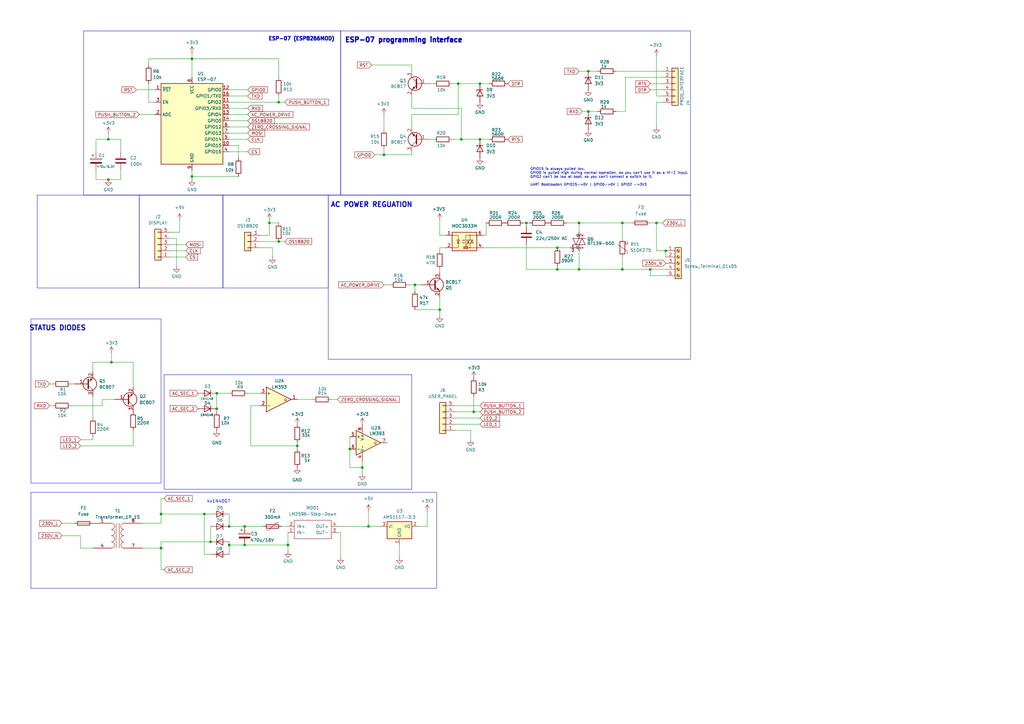
<source format=kicad_sch>
(kicad_sch (version 20231120) (generator "eeschema") (generator_version "8.0")
  (paper "A3")
  (junction (at 100.33 223.52))
  (junction (at 151.13 215.9))
  (junction (at 114.3 41.91))
  (junction (at 118.11 223.52))
  (junction (at 88.9 161.29))
  (junction (at 196.85 57.15))
  (junction (at 44.45 73.66))
  (junction (at 266.7 110.49))
  (junction (at 241.3 29.21))
  (junction (at 86.36 222.25))
  (junction (at 83.82 210.82))
  (junction (at 157.48 63.5))
  (junction (at 66.04 210.82))
  (junction (at 88.9 167.64))
  (junction (at 228.6 101.6))
  (junction (at 143.51 184.15))
  (junction (at 255.27 110.49))
  (junction (at 78.74 24.13))
  (junction (at 93.98 223.52))
  (junction (at 93.98 215.9))
  (junction (at 194.31 168.91))
  (junction (at 114.3 99.06))
  (junction (at 44.45 57.15))
  (junction (at 215.9 91.44))
  (junction (at 255.27 91.44))
  (junction (at 273.05 102.87))
  (junction (at 228.6 110.49))
  (junction (at 241.3 45.72))
  (junction (at 45.72 148.59))
  (junction (at 189.23 57.15))
  (junction (at 121.92 182.88))
  (junction (at 269.24 91.44))
  (junction (at 66.04 224.79))
  (junction (at 196.85 34.29))
  (junction (at 110.49 91.44))
  (junction (at 170.18 116.84))
  (junction (at 237.49 91.44))
  (junction (at 187.96 34.29))
  (junction (at 148.59 191.77))
  (junction (at 180.34 127))
  (junction (at 100.33 215.9))
  (junction (at 237.49 110.49))
  (junction (at 78.74 72.39))
  (wire (pts (xy 175.26 215.9) (xy 171.45 215.9)))
  (wire (pts (xy 54.61 176.53) (xy 54.61 182.88)))
  (wire (pts (xy 176.53 57.15) (xy 177.8 57.15)))
  (wire (pts (xy 194.31 168.91) (xy 196.85 168.91)))
  (wire (pts (xy 101.6 161.29) (xy 106.68 161.29)))
  (wire (pts (xy 76.2 100.33) (xy 69.85 100.33)))
  (wire (pts (xy 118.11 223.52) (xy 118.11 226.06)))
  (wire (pts (xy 168.91 39.37) (xy 168.91 44.45)))
  (wire (pts (xy 93.98 222.25) (xy 93.98 223.52)))
  (wire (pts (xy 271.78 41.91) (xy 269.24 41.91)))
  (wire (pts (xy 255.27 91.44) (xy 255.27 97.79)))
  (wire (pts (xy 97.79 64.77) (xy 97.79 59.69)))
  (wire (pts (xy 93.98 39.37) (xy 101.6 39.37)))
  (wire (pts (xy 252.73 29.21) (xy 271.78 29.21)))
  (wire (pts (xy 93.98 223.52) (xy 93.98 227.33)))
  (wire (pts (xy 185.42 57.15) (xy 189.23 57.15)))
  (wire (pts (xy 156.21 215.9) (xy 151.13 215.9)))
  (wire (pts (xy 121.92 182.88) (xy 121.92 184.15)))
  (wire (pts (xy 214.63 91.44) (xy 215.9 91.44)))
  (wire (pts (xy 121.92 181.61) (xy 121.92 182.88)))
  (wire (pts (xy 110.49 91.44) (xy 110.49 90.17)))
  (wire (pts (xy 33.02 180.34) (xy 38.1 180.34)))
  (wire (pts (xy 60.96 24.13) (xy 78.74 24.13)))
  (wire (pts (xy 157.48 63.5) (xy 157.48 60.96)))
  (wire (pts (xy 78.74 24.13) (xy 78.74 31.75)))
  (wire (pts (xy 39.37 57.15) (xy 44.45 57.15)))
  (wire (pts (xy 86.36 215.9) (xy 86.36 222.25)))
  (wire (pts (xy 78.74 73.66) (xy 78.74 72.39)))
  (wire (pts (xy 93.98 215.9) (xy 100.33 215.9)))
  (wire (pts (xy 273.05 102.87) (xy 269.24 102.87)))
  (wire (pts (xy 255.27 91.44) (xy 259.08 91.44)))
  (wire (pts (xy 76.2 102.87) (xy 69.85 102.87)))
  (wire (pts (xy 135.89 163.83) (xy 138.43 163.83)))
  (wire (pts (xy 83.82 227.33) (xy 86.36 227.33)))
  (wire (pts (xy 93.98 46.99) (xy 101.6 46.99)))
  (wire (pts (xy 78.74 72.39) (xy 78.74 69.85)))
  (wire (pts (xy 57.15 46.99) (xy 63.5 46.99)))
  (wire (pts (xy 269.24 22.86) (xy 269.24 39.37)))
  (wire (pts (xy 114.3 39.37) (xy 114.3 41.91)))
  (wire (pts (xy 266.7 36.83) (xy 271.78 36.83)))
  (wire (pts (xy 266.7 110.49) (xy 273.05 110.49)))
  (wire (pts (xy 266.7 110.49) (xy 266.7 113.03)))
  (wire (pts (xy 78.74 21.59) (xy 78.74 24.13)))
  (wire (pts (xy 241.3 29.21) (xy 245.11 29.21)))
  (wire (pts (xy 163.83 223.52) (xy 163.83 228.6)))
  (wire (pts (xy 180.34 101.6) (xy 180.34 102.87)))
  (wire (pts (xy 269.24 91.44) (xy 271.78 91.44)))
  (wire (pts (xy 66.04 214.63) (xy 58.42 214.63)))
  (wire (pts (xy 110.49 96.52) (xy 110.49 91.44)))
  (wire (pts (xy 44.45 57.15) (xy 49.53 57.15)))
  (wire (pts (xy 215.9 91.44) (xy 215.9 92.71)))
  (wire (pts (xy 121.92 182.88) (xy 102.87 182.88)))
  (wire (pts (xy 198.12 101.6) (xy 228.6 101.6)))
  (wire (pts (xy 39.37 62.23) (xy 39.37 57.15)))
  (wire (pts (xy 88.9 167.64) (xy 88.9 168.91)))
  (wire (pts (xy 110.49 91.44) (xy 114.3 91.44)))
  (wire (pts (xy 49.53 57.15) (xy 49.53 62.23)))
  (wire (pts (xy 20.32 166.37) (xy 21.59 166.37)))
  (wire (pts (xy 170.18 116.84) (xy 172.72 116.84)))
  (wire (pts (xy 228.6 110.49) (xy 237.49 110.49)))
  (wire (pts (xy 186.69 176.53) (xy 193.04 176.53)))
  (wire (pts (xy 106.68 99.06) (xy 114.3 99.06)))
  (wire (pts (xy 148.59 191.77) (xy 148.59 189.23)))
  (wire (pts (xy 102.87 182.88) (xy 102.87 166.37)))
  (wire (pts (xy 93.98 36.83) (xy 101.6 36.83)))
  (wire (pts (xy 86.36 222.25) (xy 66.04 222.25)))
  (wire (pts (xy 138.43 215.9) (xy 151.13 215.9)))
  (wire (pts (xy 180.34 96.52) (xy 180.34 90.17)))
  (wire (pts (xy 78.74 24.13) (xy 114.3 24.13)))
  (wire (pts (xy 83.82 210.82) (xy 66.04 210.82)))
  (wire (pts (xy 93.98 44.45) (xy 101.6 44.45)))
  (wire (pts (xy 114.3 24.13) (xy 114.3 31.75)))
  (wire (pts (xy 106.68 101.6) (xy 111.76 101.6)))
  (wire (pts (xy 228.6 101.6) (xy 233.68 101.6)))
  (wire (pts (xy 67.31 233.68) (xy 66.04 233.68)))
  (wire (pts (xy 186.69 168.91) (xy 194.31 168.91)))
  (wire (pts (xy 38.1 179.07) (xy 38.1 180.34)))
  (wire (pts (xy 168.91 26.67) (xy 152.4 26.67)))
  (wire (pts (xy 186.69 171.45) (xy 196.85 171.45)))
  (wire (pts (xy 180.34 127) (xy 170.18 127)))
  (wire (pts (xy 66.04 224.79) (xy 58.42 224.79)))
  (wire (pts (xy 44.45 73.66) (xy 39.37 73.66)))
  (wire (pts (xy 160.02 116.84) (xy 157.48 116.84)))
  (wire (pts (xy 237.49 95.25) (xy 237.49 91.44)))
  (wire (pts (xy 168.91 29.21) (xy 168.91 26.67)))
  (wire (pts (xy 237.49 110.49) (xy 237.49 102.87)))
  (wire (pts (xy 273.05 105.41) (xy 273.05 102.87)))
  (wire (pts (xy 232.41 91.44) (xy 237.49 91.44)))
  (wire (pts (xy 63.5 41.91) (xy 60.96 41.91)))
  (wire (pts (xy 176.53 34.29) (xy 177.8 34.29)))
  (wire (pts (xy 115.57 215.9) (xy 118.11 215.9)))
  (wire (pts (xy 168.91 46.99) (xy 187.96 46.99)))
  (wire (pts (xy 148.59 191.77) (xy 143.51 191.77)))
  (wire (pts (xy 148.59 194.31) (xy 148.59 191.77)))
  (wire (pts (xy 187.96 34.29) (xy 196.85 34.29)))
  (wire (pts (xy 93.98 62.23) (xy 101.6 62.23)))
  (wire (pts (xy 60.96 26.67) (xy 60.96 24.13)))
  (wire (pts (xy 186.69 173.99) (xy 196.85 173.99)))
  (wire (pts (xy 45.72 148.59) (xy 54.61 148.59)))
  (wire (pts (xy 168.91 63.5) (xy 157.48 63.5)))
  (wire (pts (xy 69.85 97.79) (xy 72.39 97.79)))
  (wire (pts (xy 256.54 31.75) (xy 256.54 45.72)))
  (wire (pts (xy 143.51 184.15) (xy 143.51 191.77)))
  (wire (pts (xy 189.23 57.15) (xy 196.85 57.15)))
  (wire (pts (xy 93.98 54.61) (xy 101.6 54.61)))
  (wire (pts (xy 237.49 91.44) (xy 255.27 91.44)))
  (wire (pts (xy 237.49 29.21) (xy 241.3 29.21)))
  (wire (pts (xy 269.24 41.91) (xy 269.24 52.07)))
  (wire (pts (xy 25.4 219.71) (xy 33.02 219.71)))
  (wire (pts (xy 67.31 204.47) (xy 66.04 204.47)))
  (wire (pts (xy 271.78 39.37) (xy 269.24 39.37)))
  (wire (pts (xy 182.88 96.52) (xy 180.34 96.52)))
  (wire (pts (xy 175.26 209.55) (xy 175.26 215.9)))
  (wire (pts (xy 33.02 182.88) (xy 54.61 182.88)))
  (wire (pts (xy 39.37 73.66) (xy 39.37 69.85)))
  (wire (pts (xy 185.42 34.29) (xy 187.96 34.29)))
  (wire (pts (xy 49.53 69.85) (xy 49.53 73.66)))
  (wire (pts (xy 76.2 105.41) (xy 69.85 105.41)))
  (wire (pts (xy 93.98 210.82) (xy 93.98 215.9)))
  (wire (pts (xy 255.27 110.49) (xy 266.7 110.49)))
  (wire (pts (xy 143.51 179.07) (xy 143.51 184.15)))
  (wire (pts (xy 93.98 223.52) (xy 100.33 223.52)))
  (wire (pts (xy 60.96 41.91) (xy 60.96 34.29)))
  (wire (pts (xy 180.34 110.49) (xy 180.34 111.76)))
  (wire (pts (xy 266.7 91.44) (xy 269.24 91.44)))
  (wire (pts (xy 266.7 113.03) (xy 273.05 113.03)))
  (wire (pts (xy 88.9 161.29) (xy 93.98 161.29)))
  (wire (pts (xy 83.82 210.82) (xy 83.82 227.33)))
  (wire (pts (xy 266.7 34.29) (xy 271.78 34.29)))
  (wire (pts (xy 38.1 148.59) (xy 45.72 148.59)))
  (wire (pts (xy 100.33 215.9) (xy 107.95 215.9)))
  (wire (pts (xy 33.02 219.71) (xy 33.02 224.79)))
  (wire (pts (xy 186.69 166.37) (xy 196.85 166.37)))
  (wire (pts (xy 45.72 144.78) (xy 45.72 148.59)))
  (wire (pts (xy 215.9 91.44) (xy 217.17 91.44)))
  (wire (pts (xy 44.45 54.61) (xy 44.45 57.15)))
  (wire (pts (xy 157.48 46.99) (xy 157.48 53.34)))
  (wire (pts (xy 255.27 110.49) (xy 237.49 110.49)))
  (wire (pts (xy 97.79 59.69) (xy 93.98 59.69)))
  (wire (pts (xy 167.64 116.84) (xy 170.18 116.84)))
  (wire (pts (xy 111.76 101.6) (xy 111.76 105.41)))
  (wire (pts (xy 238.76 45.72) (xy 241.3 45.72)))
  (wire (pts (xy 114.3 41.91) (xy 116.84 41.91)))
  (wire (pts (xy 106.68 166.37) (xy 102.87 166.37)))
  (wire (pts (xy 93.98 49.53) (xy 101.6 49.53)))
  (wire (pts (xy 269.24 91.44) (xy 269.24 102.87)))
  (wire (pts (xy 38.1 148.59) (xy 38.1 152.4)))
  (wire (pts (xy 139.7 218.44) (xy 138.43 218.44)))
  (wire (pts (xy 88.9 161.29) (xy 88.9 167.64)))
  (wire (pts (xy 215.9 100.33) (xy 215.9 110.49)))
  (wire (pts (xy 29.21 157.48) (xy 30.48 157.48)))
  (wire (pts (xy 54.61 148.59) (xy 54.61 158.75)))
  (wire (pts (xy 73.66 95.25) (xy 73.66 90.17)))
  (wire (pts (xy 20.32 157.48) (xy 21.59 157.48)))
  (wire (pts (xy 118.11 223.52) (xy 118.11 218.44)))
  (wire (pts (xy 199.39 96.52) (xy 198.12 96.52)))
  (wire (pts (xy 78.74 72.39) (xy 97.79 72.39)))
  (wire (pts (xy 189.23 44.45) (xy 189.23 57.15)))
  (wire (pts (xy 255.27 105.41) (xy 255.27 110.49)))
  (wire (pts (xy 182.88 101.6) (xy 180.34 101.6)))
  (wire (pts (xy 157.48 63.5) (xy 153.67 63.5)))
  (wire (pts (xy 199.39 91.44) (xy 199.39 96.52)))
  (wire (pts (xy 86.36 210.82) (xy 83.82 210.82)))
  (wire (pts (xy 69.85 95.25) (xy 73.66 95.25)))
  (wire (pts (xy 168.91 62.23) (xy 168.91 63.5)))
  (wire (pts (xy 168.91 52.07) (xy 168.91 46.99)))
  (wire (pts (xy 30.48 214.63) (xy 25.4 214.63)))
  (wire (pts (xy 139.7 228.6) (xy 139.7 218.44)))
  (wire (pts (xy 41.91 166.37) (xy 41.91 163.83)))
  (wire (pts (xy 228.6 109.22) (xy 228.6 110.49)))
  (wire (pts (xy 106.68 96.52) (xy 110.49 96.52)))
  (wire (pts (xy 55.88 36.83) (xy 63.5 36.83)))
  (wire (pts (xy 33.02 224.79) (xy 38.1 224.79)))
  (wire (pts (xy 121.92 163.83) (xy 128.27 163.83)))
  (wire (pts (xy 180.34 121.92) (xy 180.34 127)))
  (wire (pts (xy 41.91 163.83) (xy 46.99 163.83)))
  (wire (pts (xy 196.85 34.29) (xy 200.66 34.29)))
  (wire (pts (xy 215.9 110.49) (xy 228.6 110.49)))
  (wire (pts (xy 241.3 45.72) (xy 245.11 45.72)))
  (wire (pts (xy 168.91 44.45) (xy 189.23 44.45)))
  (wire (pts (xy 114.3 99.06) (xy 116.84 99.06)))
  (wire (pts (xy 196.85 57.15) (xy 200.66 57.15)))
  (wire (pts (xy 170.18 116.84) (xy 170.18 119.38)))
  (wire (pts (xy 66.04 222.25) (xy 66.04 224.79)))
  (wire (pts (xy 271.78 31.75) (xy 256.54 31.75)))
  (wire (pts (xy 66.04 224.79) (xy 66.04 233.68)))
  (wire (pts (xy 66.04 210.82) (xy 66.04 214.63)))
  (wire (pts (xy 29.21 166.37) (xy 41.91 166.37)))
  (wire (pts (xy 66.04 204.47) (xy 66.04 210.82)))
  (wire (pts (xy 114.3 41.91) (xy 93.98 41.91)))
  (wire (pts (xy 93.98 57.15) (xy 101.6 57.15)))
  (wire (pts (xy 194.31 162.56) (xy 194.31 168.91)))
  (wire (pts (xy 187.96 46.99) (xy 187.96 34.29)))
  (wire (pts (xy 256.54 45.72) (xy 252.73 45.72)))
  (wire (pts (xy 38.1 162.56) (xy 38.1 171.45)))
  (wire (pts (xy 193.04 176.53) (xy 193.04 180.34)))
  (wire (pts (xy 100.33 223.52) (xy 118.11 223.52)))
  (wire (pts (xy 49.53 73.66) (xy 44.45 73.66)))
  (wire (pts (xy 151.13 215.9) (xy 151.13 209.55)))
  (wire (pts (xy 93.98 52.07) (xy 101.6 52.07)))
  (wire (pts (xy 72.39 97.79) (xy 72.39 109.22)))
  (wire (pts (xy 180.34 127) (xy 180.34 129.54)))
  (rectangle (start 12.7 201.93) (end 179.07 241.3))
  (rectangle (start 12.7 130.81) (end 66.04 198.12))
  (rectangle (start 91.44 80.01) (end 134.62 118.11))
  (rectangle (start 34.29 12.7) (end 139.7 80.01))
  (rectangle (start 57.15 80.01) (end 91.44 118.11))
  (rectangle (start 134.62 80.01) (end 283.21 147.32))
  (rectangle (start 67.31 153.67) (end 168.91 200.66))
  (rectangle (start 139.7 12.7) (end 283.21 80.01))
  (rectangle (start 15.24 80.01) (end 57.15 118.11))
  (text "ESP-07 (ESP8266MOD)" (at 123.698 16.002 0) (effects (font (size 1.5 1.5) (thickness 0.4) (bold yes))))
  (text "STATUS DIODES" (at 23.622 134.62 0) (effects (font (size 2 2) (thickness 0.4) (bold yes))))
  (text "4x1N4007" (at 89.662 205.74 0) (effects (font (size 1.27 1.27))))
  (text "GPIO15 is always pulled low.\nGPIO0 is pulled high during normal operation, so you can’t use it as a Hi-Z input.\nGPIO2 can’t be low at boot, so you can’t connect a switch to it.\n\nUART Bootloader: GPIO15->0V | GPIO0->0V | GPIO2 ->3V3" (at 217.424 76.454 0) (effects (font (size 1 1)) (justify left bottom)))
  (text "ESP-07 programming interface" (at 165.608 16.51 0) (effects (font (size 2 2) (thickness 0.6) (bold yes))))
  (text "AC POWER REGUATION" (at 152.4 84.074 0) (effects (font (size 2 2) (thickness 0.4) (bold yes))))
  (global_label "DTR" (shape input) (at 266.7 36.83 180) (property "Intersheetrefs" "${INTERSHEET_REFS}" (effects (hide yes))))
  (global_label "RTS" (shape input) (at 208.28 57.15 0) (property "Intersheetrefs" "${INTERSHEET_REFS}" (effects (hide yes))))
  (global_label "PUSH_BUTTON_2" (shape input) (at 196.85 168.91 0) (property "Intersheetrefs" "${INTERSHEET_REFS}" (effects (hide yes))))
  (global_label "LED_2" (shape input) (at 196.85 171.45 0) (property "Intersheetrefs" "${INTERSHEET_REFS}" (effects (hide yes))))
  (global_label "RST" (shape input) (at 152.4 26.67 180) (property "Intersheetrefs" "${INTERSHEET_REFS}" (effects (hide yes))))
  (global_label "DTR" (shape input) (at 208.28 34.29 0) (property "Intersheetrefs" "${INTERSHEET_REFS}" (effects (hide yes))))
  (global_label "LED_2" (shape input) (at 33.02 182.88 180) (property "Intersheetrefs" "${INTERSHEET_REFS}" (effects (hide yes))))
  (global_label "CLK" (shape input) (at 76.2 102.87 0) (property "Intersheetrefs" "${INTERSHEET_REFS}" (effects (hide yes))))
  (global_label "TXD" (shape input) (at 237.49 29.21 180) (property "Intersheetrefs" "${INTERSHEET_REFS}" (effects (hide yes))))
  (global_label "RXD" (shape input) (at 101.6 44.45 0) (property "Intersheetrefs" "${INTERSHEET_REFS}" (effects (hide yes))))
  (global_label "RTS" (shape input) (at 266.7 34.29 180) (property "Intersheetrefs" "${INTERSHEET_REFS}" (effects (hide yes))))
  (global_label "230V_N" (shape input) (at 273.05 107.95 180) (property "Intersheetrefs" "${INTERSHEET_REFS}" (effects (hide yes))))
  (global_label "GPIO0" (shape input) (at 101.6 36.83 0) (property "Intersheetrefs" "${INTERSHEET_REFS}" (effects (hide yes))))
  (global_label "PUSH_BUTTON_1" (shape input) (at 196.85 166.37 0) (property "Intersheetrefs" "${INTERSHEET_REFS}" (effects (hide yes))))
  (global_label "AC_SEC_2" (shape input) (at 81.28 167.64 180) (property "Intersheetrefs" "${INTERSHEET_REFS}" (effects (hide yes))))
  (global_label "GPIO0" (shape input) (at 153.67 63.5 180) (property "Intersheetrefs" "${INTERSHEET_REFS}" (effects (hide yes))))
  (global_label "230V_L" (shape input) (at 25.4 214.63 180) (property "Intersheetrefs" "${INTERSHEET_REFS}" (effects (hide yes))))
  (global_label "AC_POWER_DRIVE" (shape input) (at 101.6 46.99 0) (property "Intersheetrefs" "${INTERSHEET_REFS}" (effects (hide yes))))
  (global_label "TXD" (shape input) (at 20.32 157.48 180) (property "Intersheetrefs" "${INTERSHEET_REFS}" (effects (hide yes))))
  (global_label "DS18B20" (shape input) (at 116.84 99.06 0) (property "Intersheetrefs" "${INTERSHEET_REFS}" (effects (hide yes))))
  (global_label "DS18B20" (shape input) (at 101.6 49.53 0) (property "Intersheetrefs" "${INTERSHEET_REFS}" (effects (hide yes))))
  (global_label "RXD" (shape input) (at 238.76 45.72 180) (property "Intersheetrefs" "${INTERSHEET_REFS}" (effects (hide yes))))
  (global_label "MOSI" (shape input) (at 101.6 54.61 0) (property "Intersheetrefs" "${INTERSHEET_REFS}" (effects (hide yes))))
  (global_label "CS" (shape input) (at 76.2 105.41 0) (property "Intersheetrefs" "${INTERSHEET_REFS}" (effects (hide yes))))
  (global_label "ZERO_CROSSING_SIGNAL" (shape input) (at 138.43 163.83 0) (property "Intersheetrefs" "${INTERSHEET_REFS}" (effects (hide yes))))
  (global_label "PUSH_BUTTON_1" (shape input) (at 116.84 41.91 0) (property "Intersheetrefs" "${INTERSHEET_REFS}" (effects (hide yes))))
  (global_label "AC_SEC_2" (shape input) (at 67.31 233.68 0) (property "Intersheetrefs" "${INTERSHEET_REFS}" (effects (hide yes))))
  (global_label "AC_SEC_1" (shape input) (at 81.28 161.29 180) (property "Intersheetrefs" "${INTERSHEET_REFS}" (effects (hide yes))))
  (global_label "230V_N" (shape input) (at 25.4 219.71 180) (property "Intersheetrefs" "${INTERSHEET_REFS}" (effects (hide yes))))
  (global_label "RST" (shape input) (at 55.88 36.83 180) (property "Intersheetrefs" "${INTERSHEET_REFS}" (effects (hide yes))))
  (global_label "230V_L" (shape input) (at 271.78 91.44 0) (property "Intersheetrefs" "${INTERSHEET_REFS}" (effects (hide yes))))
  (global_label "AC_POWER_DRIVE" (shape input) (at 157.48 116.84 180) (property "Intersheetrefs" "${INTERSHEET_REFS}" (effects (hide yes))))
  (global_label "AC_SEC_1" (shape input) (at 67.31 204.47 0) (property "Intersheetrefs" "${INTERSHEET_REFS}" (effects (hide yes))))
  (global_label "ZERO_CROSSING_SIGNAL" (shape input) (at 101.6 52.07 0) (property "Intersheetrefs" "${INTERSHEET_REFS}" (effects (hide yes))))
  (global_label "LED_1" (shape input) (at 196.85 173.99 0) (property "Intersheetrefs" "${INTERSHEET_REFS}" (effects (hide yes))))
  (global_label "RXD" (shape input) (at 20.32 166.37 180) (property "Intersheetrefs" "${INTERSHEET_REFS}" (effects (hide yes))))
  (global_label "MOSI" (shape input) (at 76.2 100.33 0) (property "Intersheetrefs" "${INTERSHEET_REFS}" (effects (hide yes))))
  (global_label "CS" (shape input) (at 101.6 62.23 0) (property "Intersheetrefs" "${INTERSHEET_REFS}" (effects (hide yes))))
  (global_label "TXD" (shape input) (at 101.6 39.37 0) (property "Intersheetrefs" "${INTERSHEET_REFS}" (effects (hide yes))))
  (global_label "CLK" (shape input) (at 101.6 57.15 0) (property "Intersheetrefs" "${INTERSHEET_REFS}" (effects (hide yes))))
  (global_label "PUSH_BUTTON_2" (shape input) (at 57.15 46.99 180) (property "Intersheetrefs" "${INTERSHEET_REFS}" (effects (hide yes))))
  (global_label "LED_1" (shape input) (at 33.02 180.34 180) (property "Intersheetrefs" "${INTERSHEET_REFS}" (effects (hide yes))))
  (symbol (lib_id "power:GND") (at 139.7 228.6 0) (unit 1)
    (property "Reference" "#PWR017" (effects (hide yes)))
    (property "Value" "GND" (at 139.7 232.7331 0))
    (property "Description" "Power symbol creates a global label with name \"GND\" , ground" (effects (hide yes)))
  )
  (symbol (lib_id "Device:R") (at 97.79 68.58 0) (mirror y) (unit 1)
    (property "Reference" "R8" (at 96.012 67.4116 0) (effects (justify left)))
    (property "Value" "10k" (at 96.012 69.723 0) (effects (justify left)))
    (property "Footprint" "Resistor_SMD:R_0805_2012Metric_Pad1.20x1.40mm_HandSolder" (effects (hide yes)))
  )
  (symbol (lib_id "Device:R") (at 228.6 105.41 0) (mirror y) (unit 1)
    (property "Reference" "R27" (at 235.204 105.156 0) (effects (justify left)))
    (property "Value" "390R" (at 235.204 106.934 0) (effects (justify left)))
    (property "Footprint" "Resistor_THT:R_Axial_DIN0204_L3.6mm_D1.6mm_P5.08mm_Horizontal" (effects (hide yes)))
  )
  (symbol (lib_id "power:GND") (at 196.85 64.77 0) (unit 1)
    (property "Reference" "#PWR027" (effects (hide yes)))
    (property "Value" "GND" (at 196.85 68.9031 0))
    (property "Description" "Power symbol creates a global label with name \"GND\" , ground" (effects (hide yes)))
  )
  (symbol (lib_id "Device:R") (at 25.4 157.48 270) (unit 1)
    (property "Reference" "R1" (at 27.178 159.766 90) (effects (justify right)))
    (property "Value" "10K" (at 27.432 161.544 90) (effects (justify right)))
    (property "Footprint" "Resistor_SMD:R_0805_2012Metric_Pad1.20x1.40mm_HandSolder" (effects (hide yes)))
    (property "Description" "Resistor" (effects (hide yes)))
  )
  (symbol (lib_id "Connector_Generic:Conn_01x03") (at 101.6 99.06 180) (unit 1)
    (property "Reference" "J3" (at 101.6 90.17 0))
    (property "Value" "DS18B20" (at 101.6 92.71 0))
    (property "Footprint" "Connector_JST:JST_XA_B03B-XASK-1_1x03_P2.50mm_Vertical" (effects (hide yes)))
    (property "Description" "Generic connector, single row, 01x03, script generated (kicad-library-utils/schlib/autogen/connector/)" (effects (hide yes)))
  )
  (symbol (lib_id "Regulator_Linear:AMS1117-3.3") (at 163.83 215.9 0) (unit 1)
    (property "Reference" "U3" (at 163.83 209.55 0))
    (property "Value" "AMS1117-3.3" (at 163.83 212.09 0))
    (property "Footprint" "Package_TO_SOT_SMD:SOT-223-3_TabPin2" (effects (hide yes)))
    (property "Datasheet" "http://www.advanced-monolithic.com/pdf/ds1117.pdf" (effects (hide yes)))
    (property "Description" "1A Low Dropout regulator, positive, 3.3V fixed output, SOT-223" (effects (hide yes)))
  )
  (symbol (lib_id "power:GND") (at 88.9 176.53 0) (unit 1)
    (property "Reference" "#PWR012" (effects (hide yes)))
    (property "Value" "GND" (at 88.9 181.61 0))
    (property "Description" "Power symbol creates a global label with name \"GND\" , ground" (effects (hide yes)))
  )
  (symbol (lib_id "power:GND") (at 78.74 73.66 0) (unit 1)
    (property "Reference" "#PWR011" (effects (hide yes)))
    (property "Value" "GND" (at 78.74 77.7931 0))
    (property "Description" "Power symbol creates a global label with name \"GND\" , ground" (effects (hide yes)))
  )
  (symbol (lib_id "Device:R") (at 121.92 187.96 0) (unit 1)
    (property "Reference" "R13" (at 127.254 186.944 0) (effects (justify right)))
    (property "Value" "1k" (at 127.254 188.722 0) (effects (justify right)))
    (property "Footprint" "Resistor_SMD:R_0805_2012Metric_Pad1.20x1.40mm_HandSolder" (effects (hide yes)))
    (property "Description" "Resistor" (effects (hide yes)))
  )
  (symbol (lib_id "Device:R") (at 194.31 158.75 0) (mirror x) (unit 1)
    (property "Reference" "R3" (at 196.088 159.9184 0) (effects (justify left)))
    (property "Value" "10k" (at 196.088 157.607 0) (effects (justify left)))
    (property "Footprint" "Resistor_SMD:R_0805_2012Metric_Pad1.20x1.40mm_HandSolder" (effects (hide yes)))
  )
  (symbol (lib_id "Device:R") (at 157.48 57.15 0) (mirror y) (unit 1)
    (property "Reference" "R15" (at 155.702 55.9816 0) (effects (justify left)))
    (property "Value" "10k" (at 155.702 58.293 0) (effects (justify left)))
    (property "Footprint" "Resistor_SMD:R_0805_2012Metric_Pad1.20x1.40mm_HandSolder" (effects (hide yes)))
  )
  (symbol (lib_id "power:GND") (at 148.59 194.31 0) (unit 1)
    (property "Reference" "#PWR019" (effects (hide yes)))
    (property "Value" "GND" (at 148.59 198.4431 0))
    (property "Description" "Power symbol creates a global label with name \"GND\" , ground" (effects (hide yes)))
  )
  (symbol (lib_id "Device:R") (at 210.82 91.44 270) (mirror x) (unit 1)
    (property "Reference" "R24" (at 208.28 87.376 90) (effects (justify left)))
    (property "Value" "200R" (at 208.28 89.154 90) (effects (justify left)))
    (property "Footprint" "Resistor_THT:R_Axial_DIN0204_L3.6mm_D1.6mm_P7.62mm_Horizontal" (effects (hide yes)))
  )
  (symbol (lib_id "Connector_Generic:Conn_01x05") (at 64.77 100.33 180) (unit 1)
    (property "Reference" "J2" (at 64.77 88.9 0))
    (property "Value" "DISPLAY" (at 64.77 91.44 0))
    (property "Footprint" "Connector_JST:JST_XA_B05B-XASK-1_1x05_P2.50mm_Vertical" (effects (hide yes)))
    (property "Description" "Generic connector, single row, 01x05, script generated (kicad-library-utils/schlib/autogen/connector/)" (effects (hide yes)))
  )
  (symbol (lib_id "power:GND") (at 111.76 105.41 0) (unit 1)
    (property "Reference" "#PWR014" (effects (hide yes)))
    (property "Value" "GND" (at 111.76 109.5431 0))
    (property "Description" "Power symbol creates a global label with name \"GND\" , ground" (effects (hide yes)))
  )
  (symbol (lib_id "power:+3V3") (at 269.24 22.86 0) (mirror y) (unit 1)
    (property "Reference" "#PWR030" (effects (hide yes)))
    (property "Value" "+3V3" (at 268.859 18.4658 0))
  )
  (symbol (lib_id "Device:D_Zener") (at 241.3 33.02 90) (mirror x) (unit 1)
    (property "Reference" "D11" (at 243.84 31.7499 90) (effects (justify right)))
    (property "Value" "3V3" (at 243.84 34.2899 90) (effects (justify right)))
    (property "Footprint" "Diode_SMD:D_MiniMELF" (effects (hide yes)))
    (property "Description" "Zener diode" (effects (hide yes)))
  )
  (symbol (lib_id "Comparator:LM393") (at 151.13 181.61 0) (unit 2)
    (property "Reference" "U2" (at 154.178 175.514 0))
    (property "Value" "LM393" (at 154.686 177.8 0))
    (property "Footprint" "Package_DIP:DIP-8_W7.62mm_LongPads" (effects (hide yes)))
    (property "Datasheet" "http://www.ti.com/lit/ds/symlink/lm393.pdf" (effects (hide yes)))
    (property "Description" "Low-Power, Low-Offset Voltage, Dual Comparators, DIP-8/SOIC-8/TO-99-8" (effects (hide yes)))
  )
  (symbol (lib_id "power:GND") (at 269.24 52.07 0) (unit 1)
    (property "Reference" "#PWR031" (effects (hide yes)))
    (property "Value" "GND" (at 269.24 56.2031 0))
    (property "Description" "Power symbol creates a global label with name \"GND\" , ground" (effects (hide yes)))
  )
  (symbol (lib_id "My-Lib:LM2596-Step-Down") (at 120.65 213.36 0) (unit 1)
    (property "Reference" "MOD1" (at 128.27 208.28 0))
    (property "Value" "LM2596-Step-Down" (at 128.27 210.82 0))
    (property "Footprint" "My-Footprints-converters-modules:MP1504_Mini_3A_Step_Down_Conv" (effects (hide yes)))
  )
  (symbol (lib_id "Device:R") (at 88.9 172.72 0) (unit 1)
    (property "Reference" "R7" (at 94.234 171.704 0) (effects (justify right)))
    (property "Value" "10k" (at 94.234 173.482 0) (effects (justify right)))
    (property "Footprint" "Resistor_SMD:R_0805_2012Metric_Pad1.20x1.40mm_HandSolder" (effects (hide yes)))
    (property "Description" "Resistor" (effects (hide yes)))
  )
  (symbol (lib_id "power:+3V3") (at 180.34 90.17 0) (mirror y) (unit 1)
    (property "Reference" "#PWR024" (effects (hide yes)))
    (property "Value" "+3V3" (at 179.959 85.7758 0))
  )
  (symbol (lib_id "Transistor_BJT:BC817") (at 171.45 57.15 180) (unit 1)
    (property "Reference" "Q4" (at 166.5986 55.9816 0) (effects (justify left)))
    (property "Value" "BC817" (at 166.5986 58.293 0) (effects (justify left)))
    (property "Footprint" "Package_TO_SOT_SMD:SOT-23" (effects (hide yes)))
    (property "Datasheet" "http://www.fairchildsemi.com/ds/BC/BC817.pdf" (effects (hide yes)))
  )
  (symbol (lib_id "Relay_SolidState:MOC3033M") (at 190.5 99.06 0) (unit 1)
    (property "Reference" "U4" (at 190.5 90.17 0))
    (property "Value" "MOC3033M" (at 190.5 92.71 0))
    (property "Footprint" "Package_DIP:DIP-6_W7.62mm_LongPads" (effects (hide yes)))
    (property "Datasheet" "https://www.onsemi.com/pub/Collateral/MOC3043M-D.pdf" (effects (hide yes)))
    (property "Description" "Zero Cross Opto-Triac, Vdrm 250V, Ift 5mA, DIP6" (effects (hide yes)))
  )
  (symbol (lib_id "Comparator:LM393") (at 151.13 181.61 0) (unit 3)
    (property "Reference" "U2" (effects (hide yes)))
    (property "Value" "LM393" (effects (hide yes)))
    (property "Footprint" "Package_DIP:DIP-8_W7.62mm_LongPads" (effects (hide yes)))
    (property "Datasheet" "http://www.ti.com/lit/ds/symlink/lm393.pdf" (effects (hide yes)))
    (property "Description" "Low-Power, Low-Offset Voltage, Dual Comparators, DIP-8/SOIC-8/TO-99-8" (effects (hide yes)))
  )
  (symbol (lib_id "Connector:Screw_Terminal_01x05") (at 278.13 107.95 0) (unit 1)
    (property "Reference" "J5" (at 280.67 106.6799 0) (effects (justify left)))
    (property "Value" "Screw_Terminal_01x05" (at 280.67 109.2199 0) (effects (justify left)))
    (property "Footprint" "My-Footprints-connectors:Screw-Terminal-5.00mm-5pin" (effects (hide yes)))
    (property "Description" "Generic screw terminal, single row, 01x05, script generated (kicad-library-utils/schlib/autogen/connector/)" (effects (hide yes)))
  )
  (symbol (lib_id "Diode:1N4007") (at 90.17 222.25 0) (unit 1)
    (property "Reference" "D7" (at 89.916 219.964 0))
    (property "Value" "1N4007" (effects (hide yes)))
    (property "Footprint" "Diode_THT:D_DO-41_SOD81_P10.16mm_Horizontal" (effects (hide yes)))
    (property "Datasheet" "http://www.vishay.com/docs/88503/1n4001.pdf" (effects (hide yes)))
    (property "Description" "1000V 1A General Purpose Rectifier Diode, DO-41" (effects (hide yes)))
    (property "Sim.Device" "D" (effects (hide yes)))
    (property "Sim.Pins" "1=K 2=A" (effects (hide yes)))
  )
  (symbol (lib_id "power:+3V3") (at 78.74 21.59 0) (unit 1)
    (property "Reference" "#PWR010" (effects (hide yes)))
    (property "Value" "+3V3" (at 78.74 17.4569 0))
    (property "Description" "Power symbol creates a global label with name \"+3V3\"" (effects (hide yes)))
  )
  (symbol (lib_id "Transistor_BJT:BC807") (at 52.07 163.83 0) (mirror x) (unit 1)
    (property "Reference" "Q2" (at 57.15 162.5599 0) (effects (justify left)))
    (property "Value" "BC807" (at 57.15 165.0999 0) (effects (justify left)))
    (property "Footprint" "Package_TO_SOT_SMD:SOT-23" (effects (hide yes)))
    (property "Datasheet" "https://www.onsemi.com/pub/Collateral/BC808-D.pdf" (effects (hide yes)))
    (property "Description" "0.8A Ic, 45V Vce, PNP Transistor, SOT-23" (effects (hide yes)))
  )
  (symbol (lib_id "Device:R") (at 121.92 177.8 0) (unit 1)
    (property "Reference" "R12" (at 127.254 176.784 0) (effects (justify right)))
    (property "Value" "33k" (at 127.254 178.562 0) (effects (justify right)))
    (property "Footprint" "Resistor_SMD:R_0805_2012Metric_Pad1.20x1.40mm_HandSolder" (effects (hide yes)))
    (property "Description" "Resistor" (effects (hide yes)))
  )
  (symbol (lib_id "power:+3V3") (at 194.31 154.94 0) (unit 1)
    (property "Reference" "#PWR02" (effects (hide yes)))
    (property "Value" "+3V3" (at 194.31 150.8069 0))
    (property "Description" "Power symbol creates a global label with name \"+3V3\"" (effects (hide yes)))
  )
  (symbol (lib_id "Device:D_Zener") (at 241.3 49.53 90) (mirror x) (unit 1)
    (property "Reference" "D12" (at 243.84 48.2599 90) (effects (justify right)))
    (property "Value" "3V3" (at 243.84 50.7999 90) (effects (justify right)))
    (property "Footprint" "Diode_SMD:D_MiniMELF" (effects (hide yes)))
    (property "Description" "Zener diode" (effects (hide yes)))
  )
  (symbol (lib_id "Device:C") (at 215.9 96.52 0) (unit 1)
    (property "Reference" "C4" (at 219.71 95.2499 0) (effects (justify left)))
    (property "Value" "22n/250V AC" (at 219.71 97.7899 0) (effects (justify left)))
    (property "Footprint" "Capacitor_THT:C_Rect_L16.5mm_W6.0mm_P15.00mm_MKT" (effects (hide yes)))
    (property "Description" "Unpolarized capacitor" (effects (hide yes)))
  )
  (symbol (lib_id "Device:R") (at 181.61 34.29 90) (mirror x) (unit 1)
    (property "Reference" "R19" (at 182.88 31.75 90) (effects (justify left)))
    (property "Value" "10k" (at 182.88 36.83 90) (effects (justify left)))
    (property "Footprint" "Resistor_SMD:R_0805_2012Metric_Pad1.20x1.40mm_HandSolder" (effects (hide yes)))
  )
  (symbol (lib_id "Triac_Thyristor:BT139-600") (at 237.49 99.06 0) (unit 1)
    (property "Reference" "Q6" (at 240.792 98.044 0) (effects (justify left)))
    (property "Value" "BT139-600" (at 240.792 99.822 0) (effects (justify left)))
    (property "Footprint" "My-Footprints:TO-220-3_V_Wide_Legs" (effects (hide yes)))
    (property "Datasheet" "https://www.rapidonline.com/pdf/47-3240.pdf" (effects (hide yes)))
    (property "Description" "16A RMS, 600V Off-State Voltage, 4Q Triac, TO-220" (effects (hide yes)))
  )
  (symbol (lib_id "Transistor_BJT:BC807") (at 35.56 157.48 0) (mirror x) (unit 1)
    (property "Reference" "Q1" (at 40.64 156.2099 0) (effects (justify left)))
    (property "Value" "BC807" (at 40.64 158.7499 0) (effects (justify left)))
    (property "Footprint" "Package_TO_SOT_SMD:SOT-23" (effects (hide yes)))
    (property "Datasheet" "https://www.onsemi.com/pub/Collateral/BC808-D.pdf" (effects (hide yes)))
    (property "Description" "0.8A Ic, 45V Vce, PNP Transistor, SOT-23" (effects (hide yes)))
  )
  (symbol (lib_id "power:+3V3") (at 110.49 90.17 0) (unit 1)
    (property "Reference" "#PWR013" (effects (hide yes)))
    (property "Value" "+3V3" (at 110.49 86.0369 0))
    (property "Description" "Power symbol creates a global label with name \"+3V3\"" (effects (hide yes)))
  )
  (symbol (lib_id "Device:R") (at 204.47 57.15 90) (mirror x) (unit 1)
    (property "Reference" "R23" (at 205.486 53.34 90) (effects (justify left)))
    (property "Value" "560R" (at 206.756 55.118 90) (effects (justify left)))
    (property "Footprint" "Resistor_SMD:R_0805_2012Metric_Pad1.20x1.40mm_HandSolder" (effects (hide yes)))
  )
  (symbol (lib_id "power:+5V") (at 73.66 90.17 0) (unit 1)
    (property "Reference" "#PWR09" (effects (hide yes)))
    (property "Value" "+5V" (at 73.66 85.09 0))
    (property "Description" "Power symbol creates a global label with name \"+5V\"" (effects (hide yes)))
  )
  (symbol (lib_id "Device:R") (at 203.2 91.44 270) (mirror x) (unit 1)
    (property "Reference" "R21" (at 200.66 87.376 90) (effects (justify left)))
    (property "Value" "200R" (at 200.66 89.154 90) (effects (justify left)))
    (property "Footprint" "Resistor_THT:R_Axial_DIN0204_L3.6mm_D1.6mm_P7.62mm_Horizontal" (effects (hide yes)))
  )
  (symbol (lib_id "Device:R") (at 132.08 163.83 270) (unit 1)
    (property "Reference" "R14" (at 134.112 161.29 90) (effects (justify right)))
    (property "Value" "10k" (at 134.112 159.512 90) (effects (justify right)))
    (property "Footprint" "Resistor_SMD:R_0805_2012Metric_Pad1.20x1.40mm_HandSolder" (effects (hide yes)))
    (property "Description" "Resistor" (effects (hide yes)))
  )
  (symbol (lib_id "power:GND") (at 193.04 180.34 0) (unit 1)
    (property "Reference" "#PWR01" (effects (hide yes)))
    (property "Value" "GND" (at 193.04 184.4731 0))
    (property "Description" "Power symbol creates a global label with name \"GND\" , ground" (effects (hide yes)))
  )
  (symbol (lib_id "Transistor_BJT:BC817") (at 177.8 116.84 0) (unit 1)
    (property "Reference" "Q5" (at 182.6514 118.0084 0) (effects (justify left)))
    (property "Value" "BC817" (at 182.6514 115.697 0) (effects (justify left)))
    (property "Footprint" "Package_TO_SOT_SMD:SOT-23" (effects (hide yes)))
    (property "Datasheet" "http://www.fairchildsemi.com/ds/BC/BC817.pdf" (effects (hide yes)))
  )
  (symbol (lib_id "Connector_Generic:Conn_01x06") (at 276.86 34.29 0) (unit 1)
    (property "Reference" "J4" (at 282.0783 43.434 90) (effects (justify left)))
    (property "Value" "PROG_INTERFACE" (at 279.654 43.434 90) (effects (justify left)))
    (property "Footprint" "My-Footprints-connectors:Conn-01x06" (effects (hide yes)))
    (property "Description" "Generic connector, single row, 01x06, script generated (kicad-library-utils/schlib/autogen/connector/)" (effects (hide yes)))
  )
  (symbol (lib_id "power:GND") (at 72.39 109.22 0) (unit 1)
    (property "Reference" "#PWR08" (effects (hide yes)))
    (property "Value" "GND" (at 72.39 113.3531 0))
    (property "Description" "Power symbol creates a global label with name \"GND\" , ground" (effects (hide yes)))
  )
  (symbol (lib_id "Connector_Generic:Conn_01x05") (at 181.61 171.45 180) (unit 1)
    (property "Reference" "J6" (at 181.61 160.02 0))
    (property "Value" "USER_PANEL" (at 181.61 162.56 0))
    (property "Footprint" "Connector_JST:JST_XA_B05B-XASK-1_1x05_P2.50mm_Vertical" (effects (hide yes)))
    (property "Description" "Generic connector, single row, 01x05, script generated (kicad-library-utils/schlib/autogen/connector/)" (effects (hide yes)))
  )
  (symbol (lib_id "power:+3V3") (at 175.26 209.55 0) (unit 1)
    (property "Reference" "#PWR023" (effects (hide yes)))
    (property "Value" "+3V3" (at 175.26 205.4169 0))
    (property "Description" "Power symbol creates a global label with name \"+3V3\"" (effects (hide yes)))
  )
  (symbol (lib_id "Device:Varistor") (at 255.27 101.6 180) (unit 1)
    (property "Reference" "RV1" (at 258.4594 100.1944 0) (effects (justify right)))
    (property "Value" "S10K275" (at 258.4594 102.6187 0) (effects (justify right)))
    (property "Footprint" "Varistor:RV_Disc_D7mm_W3.5mm_P5mm" (effects (hide yes)))
    (property "Description" "Voltage dependent resistor" (effects (hide yes)))
    (property "Sim.Name" "kicad_builtin_varistor" (effects (hide yes)))
    (property "Sim.Device" "SUBCKT" (effects (hide yes)))
    (property "Sim.Pins" "1=A 2=B" (effects (hide yes)))
    (property "Sim.Params" "threshold=1k" (effects (hide yes)))
    (property "Sim.Library" "${KICAD7_SYMBOL_DIR}/Simulation_SPICE.sp" (effects (hide yes)))
  )
  (symbol (lib_id "Device:R") (at 114.3 95.25 0) (mirror y) (unit 1)
    (property "Reference" "R11" (at 119.634 93.98 0) (effects (justify left)))
    (property "Value" "10k" (at 119.38 95.758 0) (effects (justify left)))
    (property "Footprint" "Resistor_SMD:R_0805_2012Metric_Pad1.20x1.40mm_HandSolder" (effects (hide yes)))
  )
  (symbol (lib_id "Diode:1N4007") (at 90.17 210.82 180) (unit 1)
    (property "Reference" "D5" (at 90.17 208.28 0))
    (property "Value" "1N4007" (effects (hide yes)))
    (property "Footprint" "Diode_THT:D_DO-41_SOD81_P10.16mm_Horizontal" (effects (hide yes)))
    (property "Datasheet" "http://www.vishay.com/docs/88503/1n4001.pdf" (effects (hide yes)))
    (property "Description" "1000V 1A General Purpose Rectifier Diode, DO-41" (effects (hide yes)))
    (property "Sim.Device" "D" (effects (hide yes)))
    (property "Sim.Pins" "1=K 2=A" (effects (hide yes)))
  )
  (symbol (lib_id "Device:R") (at 181.61 57.15 90) (mirror x) (unit 1)
    (property "Reference" "R20" (at 182.88 54.61 90) (effects (justify left)))
    (property "Value" "10k" (at 182.88 59.69 90) (effects (justify left)))
    (property "Footprint" "Resistor_SMD:R_0805_2012Metric_Pad1.20x1.40mm_HandSolder" (effects (hide yes)))
  )
  (symbol (lib_id "Device:C_Polarized") (at 100.33 219.71 0) (unit 1)
    (property "Reference" "C3" (at 102.87 218.948 0) (effects (justify left)))
    (property "Value" "470u/16V" (at 102.616 221.488 0) (effects (justify left)))
    (property "Footprint" "Capacitor_THT:CP_Radial_D8.0mm_P2.50mm" (effects (hide yes)))
    (property "Description" "Polarized capacitor" (effects (hide yes)))
  )
  (symbol (lib_id "Device:R") (at 54.61 172.72 180) (unit 1)
    (property "Reference" "R5" (at 56.134 171.704 0) (effects (justify right)))
    (property "Value" "220R" (at 56.134 173.482 0) (effects (justify right)))
    (property "Footprint" "Resistor_SMD:R_0805_2012Metric_Pad1.20x1.40mm_HandSolder" (effects (hide yes)))
    (property "Description" "Resistor" (effects (hide yes)))
  )
  (symbol (lib_id "Device:R") (at 248.92 29.21 90) (mirror x) (unit 1)
    (property "Reference" "R28" (at 249.936 25.4 90) (effects (justify left)))
    (property "Value" "1k" (at 248.92 27.178 90) (effects (justify left)))
    (property "Footprint" "Resistor_SMD:R_0805_2012Metric_Pad1.20x1.40mm_HandSolder" (effects (hide yes)))
  )
  (symbol (lib_id "Diode:1N4007") (at 90.17 227.33 0) (unit 1)
    (property "Reference" "D8" (at 89.916 225.044 0))
    (property "Value" "1N4007" (effects (hide yes)))
    (property "Footprint" "Diode_THT:D_DO-41_SOD81_P10.16mm_Horizontal" (effects (hide yes)))
    (property "Datasheet" "http://www.vishay.com/docs/88503/1n4001.pdf" (effects (hide yes)))
    (property "Description" "1000V 1A General Purpose Rectifier Diode, DO-41" (effects (hide yes)))
    (property "Sim.Device" "D" (effects (hide yes)))
    (property "Sim.Pins" "1=K 2=A" (effects (hide yes)))
  )
  (symbol (lib_id "power:+3V3") (at 148.59 173.99 0) (unit 1)
    (property "Reference" "#PWR018" (effects (hide yes)))
    (property "Value" "+3V3" (at 148.59 169.8569 0))
    (property "Description" "Power symbol creates a global label with name \"+3V3\"" (effects (hide yes)))
  )
  (symbol (lib_id "Device:R") (at 163.83 116.84 90) (mirror x) (unit 1)
    (property "Reference" "R16" (at 165.354 113.03 90) (effects (justify left)))
    (property "Value" "10k" (at 165.354 114.808 90) (effects (justify left)))
    (property "Footprint" "Resistor_SMD:R_0805_2012Metric_Pad1.20x1.40mm_HandSolder" (effects (hide yes)))
  )
  (symbol (lib_id "Device:D_Zener") (at 196.85 60.96 90) (mirror x) (unit 1)
    (property "Reference" "D10" (at 199.39 59.6899 90) (effects (justify right)))
    (property "Value" "3V3" (at 199.39 62.2299 90) (effects (justify right)))
    (property "Footprint" "Diode_SMD:D_MiniMELF" (effects (hide yes)))
    (property "Description" "Zener diode" (effects (hide yes)))
  )
  (symbol (lib_id "power:+3V3") (at 121.92 173.99 0) (unit 1)
    (property "Reference" "#PWR015" (effects (hide yes)))
    (property "Value" "+3V3" (at 121.92 169.8569 0))
    (property "Description" "Power symbol creates a global label with name \"+3V3\"" (effects (hide yes)))
  )
  (symbol (lib_id "Device:R") (at 38.1 175.26 180) (unit 1)
    (property "Reference" "R4" (at 39.624 174.244 0) (effects (justify right)))
    (property "Value" "220R" (at 39.624 176.022 0) (effects (justify right)))
    (property "Footprint" "Resistor_SMD:R_0805_2012Metric_Pad1.20x1.40mm_HandSolder" (effects (hide yes)))
    (property "Description" "Resistor" (effects (hide yes)))
  )
  (symbol (lib_id "Device:D_Zener") (at 196.85 38.1 90) (mirror x) (unit 1)
    (property "Reference" "D9" (at 199.39 36.8299 90) (effects (justify right)))
    (property "Value" "3V3" (at 199.39 39.3699 90) (effects (justify right)))
    (property "Footprint" "Diode_SMD:D_MiniMELF" (effects (hide yes)))
    (property "Description" "Zener diode" (effects (hide yes)))
  )
  (symbol (lib_id "power:GND") (at 118.11 226.06 0) (unit 1)
    (property "Reference" "#PWR032" (effects (hide yes)))
    (property "Value" "GND" (at 118.11 230.1931 0))
    (property "Description" "Power symbol creates a global label with name \"GND\" , ground" (effects (hide yes)))
  )
  (symbol (lib_id "Device:R") (at 220.98 91.44 270) (mirror x) (unit 1)
    (property "Reference" "R25" (at 218.44 87.376 90) (effects (justify left)))
    (property "Value" "200R" (at 218.44 89.154 90) (effects (justify left)))
    (property "Footprint" "Resistor_THT:R_Axial_DIN0204_L3.6mm_D1.6mm_P7.62mm_Horizontal" (effects (hide yes)))
  )
  (symbol (lib_id "power:GND") (at 241.3 36.83 0) (unit 1)
    (property "Reference" "#PWR028" (effects (hide yes)))
    (property "Value" "GND" (at 241.3 40.9631 0))
    (property "Description" "Power symbol creates a global label with name \"GND\" , ground" (effects (hide yes)))
  )
  (symbol (lib_id "power:+5V") (at 151.13 209.55 0) (unit 1)
    (property "Reference" "#PWR020" (effects (hide yes)))
    (property "Value" "+5V" (at 151.13 204.47 0))
    (property "Description" "Power symbol creates a global label with name \"+5V\"" (effects (hide yes)))
  )
  (symbol (lib_id "Device:R") (at 228.6 91.44 270) (mirror x) (unit 1)
    (property "Reference" "R26" (at 226.06 87.376 90) (effects (justify left)))
    (property "Value" "200R" (at 226.06 89.154 90) (effects (justify left)))
    (property "Footprint" "Resistor_THT:R_Axial_DIN0204_L3.6mm_D1.6mm_P7.62mm_Horizontal" (effects (hide yes)))
  )
  (symbol (lib_id "power:+3V3") (at 44.45 54.61 0) (unit 1)
    (property "Reference" "#PWR04" (effects (hide yes)))
    (property "Value" "+3V3" (at 44.45 50.4769 0))
    (property "Description" "Power symbol creates a global label with name \"+3V3\"" (effects (hide yes)))
  )
  (symbol (lib_id "Diode:1N4148") (at 85.09 167.64 180) (unit 1)
    (property "Reference" "D4" (at 85.09 165.354 0))
    (property "Value" "1N4148" (at 84.836 170.18 0) (effects (font (size 0.9 0.9))))
    (property "Footprint" "Diode_THT:D_DO-35_SOD27_P10.16mm_Horizontal" (effects (hide yes)))
    (property "Datasheet" "https://assets.nexperia.com/documents/data-sheet/1N4148_1N4448.pdf" (effects (hide yes)))
    (property "Description" "100V 0.15A standard switching diode, DO-35" (effects (hide yes)))
    (property "Sim.Device" "D" (effects (hide yes)))
    (property "Sim.Pins" "1=K 2=A" (effects (hide yes)))
  )
  (symbol (lib_id "Device:Polyfuse") (at 111.76 215.9 90) (unit 1)
    (property "Reference" "F2" (at 111.76 209.55 90))
    (property "Value" "300mA" (at 111.76 212.09 90))
    (property "Footprint" "Fuse:Fuse_2010_5025Metric" (effects (hide yes)))
    (property "Description" "Resettable fuse, polymeric positive temperature coefficient" (effects (hide yes)))
  )
  (symbol (lib_id "Device:Fuse") (at 262.89 91.44 90) (unit 1)
    (property "Reference" "F3" (at 262.89 85.09 90))
    (property "Value" "Fuse" (at 262.89 87.63 90))
    (property "Footprint" "My-Footprints:Fuseholder_Clip-5x20mm_Eaton_1A5601-01_Inline_P20.80x6.76mm_D1.70mm_Horizontal" (effects (hide yes)))
    (property "Description" "Fuse" (effects (hide yes)))
  )
  (symbol (lib_id "RF_Module:ESP-07") (at 78.74 52.07 0) (unit 1)
    (property "Reference" "U1" (at 80.9341 30.1455 0) (effects (justify left)))
    (property "Value" "ESP-07" (at 80.9341 32.5698 0) (effects (justify left)))
    (property "Footprint" "RF_Module:ESP-07" (effects (hide yes)))
    (property "Datasheet" "http://wiki.ai-thinker.com/_media/esp8266/esp8266_series_modules_user_manual_v1.1.pdf" (effects (hide yes)))
    (property "Description" "802.11 b/g/n Wi-Fi Module" (effects (hide yes)))
  )
  (symbol (lib_id "power:GND") (at 163.83 228.6 0) (unit 1)
    (property "Reference" "#PWR022" (effects (hide yes)))
    (property "Value" "GND" (at 163.83 232.7331 0))
    (property "Description" "Power symbol creates a global label with name \"GND\" , ground" (effects (hide yes)))
  )
  (symbol (lib_id "Device:R") (at 180.34 106.68 0) (mirror y) (unit 1)
    (property "Reference" "R18" (at 178.562 105.5116 0) (effects (justify left)))
    (property "Value" "47R" (at 178.562 107.823 0) (effects (justify left)))
    (property "Footprint" "Resistor_SMD:R_0805_2012Metric_Pad1.20x1.40mm_HandSolder" (effects (hide yes)))
  )
  (symbol (lib_id "Device:R") (at 248.92 45.72 90) (mirror x) (unit 1)
    (property "Reference" "R29" (at 249.936 41.91 90) (effects (justify left)))
    (property "Value" "1k" (at 248.92 43.688 90) (effects (justify left)))
    (property "Footprint" "Resistor_SMD:R_0805_2012Metric_Pad1.20x1.40mm_HandSolder" (effects (hide yes)))
  )
  (symbol (lib_id "power:GND") (at 241.3 53.34 0) (unit 1)
    (property "Reference" "#PWR029" (effects (hide yes)))
    (property "Value" "GND" (at 241.3 57.4731 0))
    (property "Description" "Power symbol creates a global label with name \"GND\" , ground" (effects (hide yes)))
  )
  (symbol (lib_id "Comparator:LM393") (at 114.3 163.83 0) (unit 1)
    (property "Reference" "U2" (at 114.554 156.21 0))
    (property "Value" "LM393" (at 114.554 158.75 0))
    (property "Footprint" "Package_DIP:DIP-8_W7.62mm_LongPads" (effects (hide yes)))
    (property "Datasheet" "http://www.ti.com/lit/ds/symlink/lm393.pdf" (effects (hide yes)))
    (property "Description" "Low-Power, Low-Offset Voltage, Dual Comparators, DIP-8/SOIC-8/TO-99-8" (effects (hide yes)))
  )
  (symbol (lib_id "power:GND") (at 180.34 129.54 0) (unit 1)
    (property "Reference" "#PWR025" (effects (hide yes)))
    (property "Value" "GND" (at 180.34 133.6731 0))
    (property "Description" "Power symbol creates a global label with name \"GND\" , ground" (effects (hide yes)))
  )
  (symbol (lib_id "Device:C_Polarized") (at 39.37 66.04 0) (unit 1)
    (property "Reference" "C1" (at 40.386 63.754 0) (effects (justify left)))
    (property "Value" "470u/6,3V" (at 39.624 68.326 0) (effects (font (size 0.9 0.9)) (justify left)))
    (property "Footprint" "Capacitor_SMD:CP_Elec_5x5.7" (effects (hide yes)))
    (property "Description" "Polarized capacitor" (effects (hide yes)))
  )
  (symbol (lib_id "Device:Fuse") (at 34.29 214.63 90) (unit 1)
    (property "Reference" "F1" (at 34.29 208.28 90))
    (property "Value" "Fuse" (at 34.29 210.82 90))
    (property "Footprint" "My-Footprints:Fuseholder_Clip-5x20mm_Eaton_1A5601-01_Inline_P20.80x6.76mm_D1.70mm_Horizontal" (effects (hide yes)))
    (property "Description" "Fuse" (effects (hide yes)))
  )
  (symbol (lib_id "power:+3V3") (at 157.48 46.99 0) (mirror y) (unit 1)
    (property "Reference" "#PWR021" (effects (hide yes)))
    (property "Value" "+3V3" (at 157.099 42.5958 0))
  )
  (symbol (lib_id "Device:R") (at 97.79 161.29 270) (unit 1)
    (property "Reference" "R9" (at 99.822 158.75 90) (effects (justify right)))
    (property "Value" "10k" (at 99.822 156.972 90) (effects (justify right)))
    (property "Footprint" "Resistor_SMD:R_0805_2012Metric_Pad1.20x1.40mm_HandSolder" (effects (hide yes)))
    (property "Description" "Resistor" (effects (hide yes)))
  )
  (symbol (lib_id "power:GND") (at 44.45 73.66 0) (unit 1)
    (property "Reference" "#PWR05" (effects (hide yes)))
    (property "Value" "GND" (at 44.45 77.7931 0))
    (property "Description" "Power symbol creates a global label with name \"GND\" , ground" (effects (hide yes)))
  )
  (symbol (lib_id "Device:R") (at 114.3 35.56 0) (mirror x) (unit 1)
    (property "Reference" "R10" (at 116.078 36.7284 0) (effects (justify left)))
    (property "Value" "10k" (at 116.078 34.417 0) (effects (justify left)))
    (property "Footprint" "Resistor_SMD:R_0805_2012Metric_Pad1.20x1.40mm_HandSolder" (effects (hide yes)))
  )
  (symbol (lib_id "Device:R") (at 170.18 123.19 0) (mirror x) (unit 1)
    (property "Reference" "R17" (at 171.958 124.3584 0) (effects (justify left)))
    (property "Value" "47k" (at 171.958 122.047 0) (effects (justify left)))
    (property "Footprint" "Resistor_SMD:R_0805_2012Metric_Pad1.20x1.40mm_HandSolder" (effects (hide yes)))
  )
  (symbol (lib_id "Device:C") (at 49.53 66.04 0) (unit 1)
    (property "Reference" "C2" (at 53.34 64.7699 0) (effects (justify left)))
    (property "Value" "100n" (at 53.34 67.3099 0) (effects (justify left)))
    (property "Footprint" "Capacitor_SMD:C_0805_2012Metric" (effects (hide yes)))
    (property "Description" "Unpolarized capacitor" (effects (hide yes)))
  )
  (symbol (lib_id "Device:Transformer_1P_1S") (at 48.26 219.71 0) (unit 1)
    (property "Reference" "T1" (at 48.2727 209.55 0))
    (property "Value" "Transformer_1P_1S" (at 48.2727 212.09 0))
    (property "Footprint" "My-Footprints:Transformer TS2-14" (effects (hide yes)))
    (property "Description" "Transformer, single primary, single secondary" (effects (hide yes)))
  )
  (symbol (lib_id "Transistor_BJT:BC817") (at 171.45 34.29 0) (mirror y) (unit 1)
    (property "Reference" "Q3" (at 166.5986 33.1216 0) (effects (justify left)))
    (property "Value" "BC817" (at 166.5986 35.433 0) (effects (justify left)))
    (property "Footprint" "Package_TO_SOT_SMD:SOT-23" (effects (hide yes)))
    (property "Datasheet" "http://www.fairchildsemi.com/ds/BC/BC817.pdf" (effects (hide yes)))
  )
  (symbol (lib_id "Device:R") (at 60.96 30.48 0) (unit 1)
    (property "Reference" "R6" (at 62.738 29.2678 0) (effects (justify left)))
    (property "Value" "10k" (at 62.738 31.6921 0) (effects (justify left)))
    (property "Footprint" "Capacitor_SMD:C_0805_2012Metric" (effects (hide yes)))
    (property "Description" "Resistor" (effects (hide yes)))
  )
  (symbol (lib_id "power:+3V3") (at 45.72 144.78 0) (unit 1)
    (property "Reference" "#PWR06" (effects (hide yes)))
    (property "Value" "+3V3" (at 45.72 140.6469 0))
    (property "Description" "Power symbol creates a global label with name \"+3V3\"" (effects (hide yes)))
  )
  (symbol (lib_id "Device:R") (at 204.47 34.29 90) (mirror x) (unit 1)
    (property "Reference" "R22" (at 205.486 30.48 90) (effects (justify left)))
    (property "Value" "560R" (at 206.756 32.258 90) (effects (justify left)))
    (property "Footprint" "Resistor_SMD:R_0805_2012Metric_Pad1.20x1.40mm_HandSolder" (effects (hide yes)))
  )
  (symbol (lib_id "Diode:1N4148") (at 85.09 161.29 180) (unit 1)
    (property "Reference" "D3" (at 85.09 158.496 0))
    (property "Value" "1N4148" (at 84.836 163.576 0) (effects (font (size 0.9 0.9))))
    (property "Footprint" "Diode_THT:D_DO-35_SOD27_P10.16mm_Horizontal" (effects (hide yes)))
    (property "Datasheet" "https://assets.nexperia.com/documents/data-sheet/1N4148_1N4448.pdf" (effects (hide yes)))
    (property "Description" "100V 0.15A standard switching diode, DO-35" (effects (hide yes)))
    (property "Sim.Device" "D" (effects (hide yes)))
    (property "Sim.Pins" "1=K 2=A" (effects (hide yes)))
  )
  (symbol (lib_id "power:GND") (at 196.85 41.91 0) (unit 1)
    (property "Reference" "#PWR026" (effects (hide yes)))
    (property "Value" "GND" (at 196.85 46.0431 0))
    (property "Description" "Power symbol creates a global label with name \"GND\" , ground" (effects (hide yes)))
  )
  (symbol (lib_id "power:GND") (at 121.92 191.77 0) (unit 1)
    (property "Reference" "#PWR016" (effects (hide yes)))
    (property "Value" "GND" (at 121.92 196.85 0))
    (property "Description" "Power symbol creates a global label with name \"GND\" , ground" (effects (hide yes)))
  )
  (symbol (lib_id "Device:R") (at 25.4 166.37 270) (unit 1)
    (property "Reference" "R2" (at 27.178 168.402 90) (effects (justify right)))
    (property "Value" "10K" (at 27.432 170.434 90) (effects (justify right)))
    (property "Footprint" "Resistor_SMD:R_0805_2012Metric_Pad1.20x1.40mm_HandSolder" (effects (hide yes)))
    (property "Description" "Resistor" (effects (hide yes)))
  )
  (symbol (lib_id "Diode:1N4007") (at 90.17 215.9 180) (unit 1)
    (property "Reference" "D6" (at 90.17 213.36 0))
    (property "Value" "1N4007" (effects (hide yes)))
    (property "Footprint" "Diode_THT:D_DO-41_SOD81_P10.16mm_Horizontal" (effects (hide yes)))
    (property "Datasheet" "http://www.vishay.com/docs/88503/1n4001.pdf" (effects (hide yes)))
    (property "Description" "1000V 1A General Purpose Rectifier Diode, DO-41" (effects (hide yes)))
    (property "Sim.Device" "D" (effects (hide yes)))
    (property "Sim.Pins" "1=K 2=A" (effects (hide yes)))
  )
)
</source>
